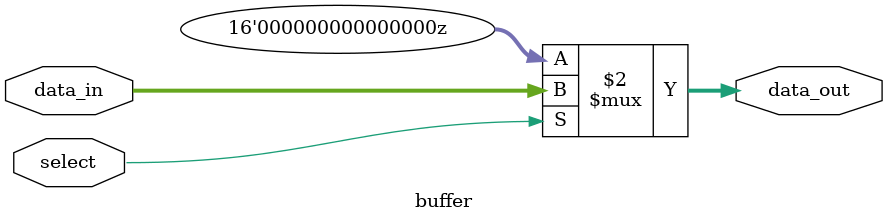
<source format=v>
module buffer(data_in, select, data_out);

   input [15:0] data_in;   
	input select;
	output [15:0] data_out;
	
	

   assign data_out = select ? data_in : 1'bz;

endmodule
</source>
